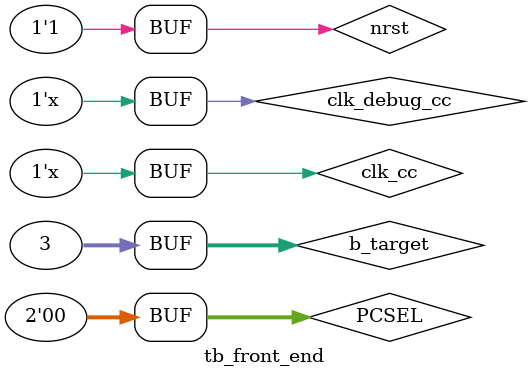
<source format=sv>

`timescale 10ns/10ns 
module tb_front_end; 


reg clk;            //core clock
reg clk_debug;      //debug clock
reg [1:0]PCSEL;
reg [31:0] b_target;
reg nrst;           //reset signal

reg DEBUG_SIG ;
reg [31:0] DEBUG_addr ;
reg [31:0] DEBUG_instr;

reg clk_cc ,clk_debug_cc ; // additional signals to help control clk and clk_debug

wire [31:0] pc2;
wire [31:0] instr2;
wire [31:0] pc;
	
//instantiation of DUTs
frontend_stage  dut_1  (.clk(clk),.nrst(nrst),.PCSEL(PCSEL),.b_target(b_target),.pc2(pc2),.instr2(instr2),.pc(pc),.DEBUG_SIG(DEBUG_SIG),.DEBUG_addr(DEBUG_addr),.DEBUG_instr(DEBUG_instr),.clk_debug(clk_debug));
debug           dut_2  (.clk(clk_debug), .nrst(nrst), .DEBUG_SIG(DEBUG_SIG), .DEBUG_addr(DEBUG_addr),.DEBUG_instr(DEBUG_instr), .START(START));

//here we simulate control of clk and clk_debug , that control is done in Top module
assign clk = clk_cc & START;
assign clk_debug= clk_debug_cc & ~(START);

//clocks  generation
initial begin 
    clk_cc = 0;
    clk_debug_cc = 0;  
 end 
 always begin 
 #10 clk_cc = ~clk_cc;
 #10 clk_debug_cc = ~clk_debug_cc;
  end
 

//stimulus generation 
 initial begin 
	   nrst = 0;
#25  nrst = 1;
     b_target = 32'h3;  
     PCSEL = 2'b 00;
#400 PCSEL = 2'b 01;
#50  PCSEL = 2'b 10;
#50  PCSEL = 2'b 01;
#50 PCSEL = 2'b 00;
  
   end 
endmodule


</source>
